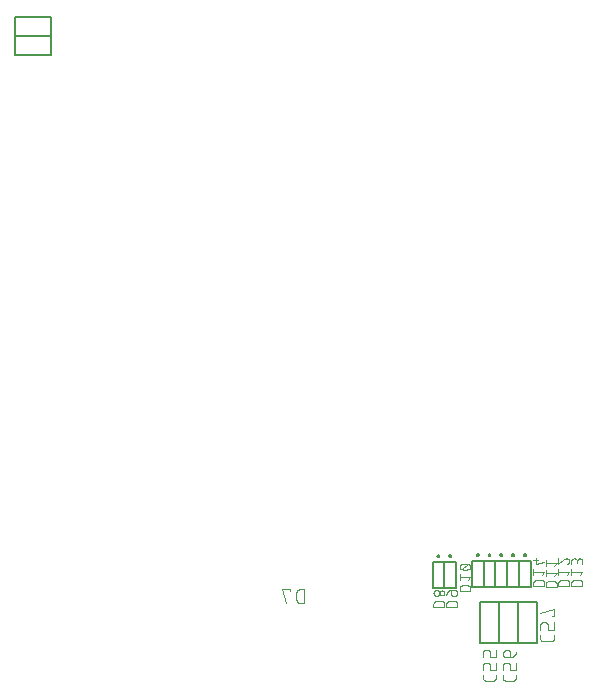
<source format=gbr>
G04 EAGLE Gerber RS-274X export*
G75*
%MOMM*%
%FSLAX34Y34*%
%LPD*%
%INSilkscreen Bottom*%
%IPPOS*%
%AMOC8*
5,1,8,0,0,1.08239X$1,22.5*%
G01*
%ADD10C,0.200000*%
%ADD11C,0.101600*%
%ADD12C,0.127000*%
%ADD13C,0.076200*%


D10*
X222620Y572780D02*
X252620Y572780D01*
X252620Y556780D01*
X222620Y556780D01*
X222620Y572780D01*
X222620Y588780D02*
X252620Y588780D01*
X252620Y572780D01*
X222620Y572780D01*
X222620Y588780D01*
D11*
X466986Y104480D02*
X466986Y92774D01*
X466986Y104480D02*
X463734Y104480D01*
X463621Y104478D01*
X463507Y104472D01*
X463394Y104462D01*
X463281Y104448D01*
X463169Y104431D01*
X463058Y104409D01*
X462947Y104383D01*
X462838Y104354D01*
X462729Y104321D01*
X462622Y104284D01*
X462516Y104243D01*
X462411Y104199D01*
X462308Y104151D01*
X462207Y104099D01*
X462108Y104044D01*
X462011Y103986D01*
X461916Y103924D01*
X461823Y103859D01*
X461732Y103791D01*
X461644Y103719D01*
X461558Y103645D01*
X461475Y103567D01*
X461395Y103487D01*
X461317Y103404D01*
X461243Y103318D01*
X461171Y103230D01*
X461103Y103139D01*
X461038Y103047D01*
X460976Y102951D01*
X460918Y102854D01*
X460863Y102755D01*
X460811Y102654D01*
X460763Y102551D01*
X460719Y102446D01*
X460678Y102340D01*
X460641Y102233D01*
X460608Y102124D01*
X460579Y102015D01*
X460553Y101904D01*
X460531Y101793D01*
X460514Y101681D01*
X460500Y101568D01*
X460490Y101455D01*
X460484Y101342D01*
X460482Y101228D01*
X460483Y101228D02*
X460483Y96026D01*
X460482Y96026D02*
X460484Y95915D01*
X460490Y95804D01*
X460499Y95693D01*
X460512Y95583D01*
X460529Y95473D01*
X460550Y95364D01*
X460574Y95256D01*
X460603Y95149D01*
X460634Y95042D01*
X460670Y94937D01*
X460709Y94833D01*
X460751Y94730D01*
X460797Y94629D01*
X460847Y94530D01*
X460899Y94432D01*
X460955Y94336D01*
X461015Y94242D01*
X461077Y94151D01*
X461143Y94061D01*
X461211Y93974D01*
X461283Y93889D01*
X461357Y93806D01*
X461434Y93726D01*
X461514Y93649D01*
X461597Y93575D01*
X461682Y93503D01*
X461769Y93435D01*
X461859Y93369D01*
X461950Y93307D01*
X462044Y93247D01*
X462140Y93191D01*
X462238Y93139D01*
X462337Y93089D01*
X462438Y93043D01*
X462541Y93001D01*
X462645Y92962D01*
X462750Y92926D01*
X462857Y92895D01*
X462964Y92866D01*
X463072Y92842D01*
X463181Y92821D01*
X463291Y92804D01*
X463401Y92791D01*
X463512Y92782D01*
X463623Y92776D01*
X463734Y92774D01*
X466986Y92774D01*
X455155Y103179D02*
X455155Y104480D01*
X448652Y104480D01*
X451903Y92774D01*
D12*
X579970Y132730D02*
X579972Y132786D01*
X579978Y132843D01*
X579988Y132898D01*
X580002Y132953D01*
X580019Y133007D01*
X580041Y133059D01*
X580066Y133109D01*
X580094Y133158D01*
X580126Y133205D01*
X580161Y133249D01*
X580199Y133291D01*
X580240Y133330D01*
X580284Y133365D01*
X580330Y133398D01*
X580378Y133427D01*
X580428Y133453D01*
X580480Y133476D01*
X580534Y133494D01*
X580588Y133509D01*
X580643Y133520D01*
X580699Y133527D01*
X580756Y133530D01*
X580812Y133529D01*
X580869Y133524D01*
X580924Y133515D01*
X580979Y133502D01*
X581033Y133485D01*
X581086Y133465D01*
X581137Y133441D01*
X581186Y133413D01*
X581233Y133382D01*
X581278Y133348D01*
X581321Y133310D01*
X581360Y133270D01*
X581397Y133227D01*
X581430Y133182D01*
X581460Y133134D01*
X581487Y133084D01*
X581510Y133033D01*
X581530Y132980D01*
X581546Y132926D01*
X581558Y132870D01*
X581566Y132815D01*
X581570Y132758D01*
X581570Y132702D01*
X581566Y132645D01*
X581558Y132590D01*
X581546Y132534D01*
X581530Y132480D01*
X581510Y132427D01*
X581487Y132376D01*
X581460Y132326D01*
X581430Y132278D01*
X581397Y132233D01*
X581360Y132190D01*
X581321Y132150D01*
X581278Y132112D01*
X581233Y132078D01*
X581186Y132047D01*
X581137Y132019D01*
X581086Y131995D01*
X581033Y131975D01*
X580979Y131958D01*
X580924Y131945D01*
X580869Y131936D01*
X580812Y131931D01*
X580756Y131930D01*
X580699Y131933D01*
X580643Y131940D01*
X580588Y131951D01*
X580534Y131966D01*
X580480Y131984D01*
X580428Y132007D01*
X580378Y132033D01*
X580330Y132062D01*
X580284Y132095D01*
X580240Y132130D01*
X580199Y132169D01*
X580161Y132211D01*
X580126Y132255D01*
X580094Y132302D01*
X580066Y132351D01*
X580041Y132401D01*
X580019Y132453D01*
X580002Y132507D01*
X579988Y132562D01*
X579978Y132617D01*
X579972Y132674D01*
X579970Y132730D01*
D10*
X585770Y127730D02*
X585770Y105730D01*
X575770Y105730D01*
X575770Y127730D01*
X585770Y127730D01*
D13*
X585829Y89484D02*
X576591Y89484D01*
X585829Y89484D02*
X585829Y92050D01*
X585827Y92148D01*
X585821Y92246D01*
X585812Y92344D01*
X585799Y92442D01*
X585782Y92539D01*
X585762Y92635D01*
X585737Y92730D01*
X585709Y92824D01*
X585678Y92917D01*
X585643Y93009D01*
X585604Y93100D01*
X585563Y93189D01*
X585517Y93276D01*
X585469Y93361D01*
X585417Y93445D01*
X585362Y93526D01*
X585304Y93606D01*
X585243Y93683D01*
X585179Y93757D01*
X585112Y93829D01*
X585042Y93899D01*
X584970Y93966D01*
X584896Y94030D01*
X584819Y94091D01*
X584739Y94149D01*
X584658Y94204D01*
X584574Y94256D01*
X584489Y94304D01*
X584402Y94350D01*
X584313Y94391D01*
X584222Y94430D01*
X584130Y94465D01*
X584037Y94496D01*
X583943Y94524D01*
X583848Y94549D01*
X583752Y94569D01*
X583655Y94586D01*
X583557Y94599D01*
X583459Y94608D01*
X583361Y94614D01*
X583263Y94616D01*
X579157Y94616D01*
X579059Y94614D01*
X578961Y94608D01*
X578863Y94599D01*
X578765Y94586D01*
X578668Y94569D01*
X578572Y94549D01*
X578477Y94524D01*
X578383Y94496D01*
X578290Y94465D01*
X578198Y94430D01*
X578107Y94391D01*
X578018Y94350D01*
X577931Y94304D01*
X577846Y94256D01*
X577762Y94204D01*
X577681Y94149D01*
X577601Y94091D01*
X577524Y94030D01*
X577450Y93966D01*
X577378Y93899D01*
X577308Y93829D01*
X577241Y93757D01*
X577177Y93683D01*
X577116Y93606D01*
X577058Y93526D01*
X577003Y93445D01*
X576951Y93361D01*
X576903Y93276D01*
X576857Y93189D01*
X576816Y93100D01*
X576777Y93009D01*
X576742Y92917D01*
X576711Y92824D01*
X576683Y92730D01*
X576658Y92635D01*
X576638Y92539D01*
X576621Y92442D01*
X576608Y92344D01*
X576599Y92246D01*
X576593Y92148D01*
X576591Y92050D01*
X576591Y89484D01*
X579157Y98784D02*
X579256Y98786D01*
X579356Y98792D01*
X579455Y98801D01*
X579553Y98815D01*
X579651Y98832D01*
X579749Y98853D01*
X579845Y98878D01*
X579940Y98907D01*
X580035Y98939D01*
X580127Y98975D01*
X580219Y99014D01*
X580309Y99057D01*
X580397Y99103D01*
X580483Y99153D01*
X580567Y99206D01*
X580649Y99262D01*
X580729Y99322D01*
X580806Y99384D01*
X580881Y99450D01*
X580954Y99518D01*
X581023Y99589D01*
X581090Y99663D01*
X581154Y99739D01*
X581215Y99818D01*
X581273Y99899D01*
X581328Y99982D01*
X581379Y100067D01*
X581427Y100154D01*
X581472Y100243D01*
X581513Y100334D01*
X581551Y100426D01*
X581585Y100519D01*
X581615Y100614D01*
X581642Y100710D01*
X581665Y100807D01*
X581684Y100904D01*
X581699Y101003D01*
X581711Y101102D01*
X581719Y101201D01*
X581723Y101300D01*
X581723Y101400D01*
X581719Y101499D01*
X581711Y101598D01*
X581699Y101697D01*
X581684Y101796D01*
X581665Y101893D01*
X581642Y101990D01*
X581615Y102086D01*
X581585Y102181D01*
X581551Y102274D01*
X581513Y102366D01*
X581472Y102457D01*
X581427Y102546D01*
X581379Y102633D01*
X581328Y102718D01*
X581273Y102801D01*
X581215Y102882D01*
X581154Y102961D01*
X581090Y103037D01*
X581023Y103111D01*
X580954Y103182D01*
X580881Y103250D01*
X580806Y103316D01*
X580729Y103378D01*
X580649Y103438D01*
X580567Y103494D01*
X580483Y103547D01*
X580397Y103597D01*
X580309Y103643D01*
X580219Y103686D01*
X580127Y103725D01*
X580035Y103761D01*
X579940Y103793D01*
X579845Y103822D01*
X579749Y103847D01*
X579651Y103868D01*
X579553Y103885D01*
X579455Y103899D01*
X579356Y103908D01*
X579256Y103914D01*
X579157Y103916D01*
X579058Y103914D01*
X578958Y103908D01*
X578859Y103899D01*
X578761Y103885D01*
X578663Y103868D01*
X578565Y103847D01*
X578469Y103822D01*
X578374Y103793D01*
X578279Y103761D01*
X578187Y103725D01*
X578095Y103686D01*
X578005Y103643D01*
X577917Y103597D01*
X577831Y103547D01*
X577747Y103494D01*
X577665Y103438D01*
X577585Y103378D01*
X577508Y103316D01*
X577433Y103250D01*
X577360Y103182D01*
X577291Y103111D01*
X577224Y103037D01*
X577160Y102961D01*
X577099Y102882D01*
X577041Y102801D01*
X576986Y102718D01*
X576935Y102633D01*
X576887Y102546D01*
X576842Y102457D01*
X576801Y102366D01*
X576763Y102274D01*
X576729Y102181D01*
X576699Y102086D01*
X576672Y101990D01*
X576649Y101893D01*
X576630Y101796D01*
X576615Y101697D01*
X576603Y101598D01*
X576595Y101499D01*
X576591Y101400D01*
X576591Y101300D01*
X576595Y101201D01*
X576603Y101102D01*
X576615Y101003D01*
X576630Y100904D01*
X576649Y100807D01*
X576672Y100710D01*
X576699Y100614D01*
X576729Y100519D01*
X576763Y100426D01*
X576801Y100334D01*
X576842Y100243D01*
X576887Y100154D01*
X576935Y100067D01*
X576986Y99982D01*
X577041Y99899D01*
X577099Y99818D01*
X577160Y99739D01*
X577224Y99663D01*
X577291Y99589D01*
X577360Y99518D01*
X577433Y99450D01*
X577508Y99384D01*
X577585Y99322D01*
X577665Y99262D01*
X577747Y99206D01*
X577831Y99153D01*
X577917Y99103D01*
X578005Y99057D01*
X578095Y99014D01*
X578187Y98975D01*
X578279Y98939D01*
X578374Y98907D01*
X578469Y98878D01*
X578565Y98853D01*
X578663Y98832D01*
X578761Y98815D01*
X578859Y98801D01*
X578958Y98792D01*
X579058Y98786D01*
X579157Y98784D01*
X583776Y99297D02*
X583866Y99299D01*
X583955Y99305D01*
X584044Y99315D01*
X584132Y99328D01*
X584220Y99346D01*
X584307Y99367D01*
X584393Y99392D01*
X584478Y99421D01*
X584562Y99453D01*
X584644Y99489D01*
X584724Y99529D01*
X584803Y99572D01*
X584879Y99619D01*
X584954Y99668D01*
X585026Y99721D01*
X585096Y99777D01*
X585163Y99836D01*
X585228Y99898D01*
X585290Y99963D01*
X585349Y100030D01*
X585405Y100100D01*
X585458Y100172D01*
X585507Y100247D01*
X585554Y100324D01*
X585597Y100402D01*
X585637Y100482D01*
X585673Y100564D01*
X585705Y100648D01*
X585734Y100733D01*
X585759Y100819D01*
X585780Y100906D01*
X585798Y100994D01*
X585811Y101082D01*
X585821Y101171D01*
X585827Y101260D01*
X585829Y101350D01*
X585827Y101440D01*
X585821Y101529D01*
X585811Y101618D01*
X585798Y101706D01*
X585780Y101794D01*
X585759Y101881D01*
X585734Y101967D01*
X585705Y102052D01*
X585673Y102136D01*
X585637Y102218D01*
X585597Y102298D01*
X585554Y102377D01*
X585507Y102453D01*
X585458Y102528D01*
X585405Y102600D01*
X585349Y102670D01*
X585290Y102737D01*
X585228Y102802D01*
X585163Y102864D01*
X585096Y102923D01*
X585026Y102979D01*
X584954Y103032D01*
X584879Y103081D01*
X584803Y103128D01*
X584724Y103171D01*
X584644Y103211D01*
X584562Y103247D01*
X584478Y103279D01*
X584393Y103308D01*
X584307Y103333D01*
X584220Y103354D01*
X584132Y103372D01*
X584044Y103385D01*
X583955Y103395D01*
X583866Y103401D01*
X583776Y103403D01*
X583686Y103401D01*
X583597Y103395D01*
X583508Y103385D01*
X583420Y103372D01*
X583332Y103354D01*
X583245Y103333D01*
X583159Y103308D01*
X583074Y103279D01*
X582990Y103247D01*
X582908Y103211D01*
X582828Y103171D01*
X582750Y103128D01*
X582673Y103081D01*
X582598Y103032D01*
X582526Y102979D01*
X582456Y102923D01*
X582389Y102864D01*
X582324Y102802D01*
X582262Y102737D01*
X582203Y102670D01*
X582147Y102600D01*
X582094Y102528D01*
X582045Y102453D01*
X581998Y102377D01*
X581955Y102298D01*
X581915Y102218D01*
X581879Y102136D01*
X581847Y102052D01*
X581818Y101967D01*
X581793Y101881D01*
X581772Y101794D01*
X581754Y101706D01*
X581741Y101618D01*
X581731Y101529D01*
X581725Y101440D01*
X581723Y101350D01*
X581725Y101260D01*
X581731Y101171D01*
X581741Y101082D01*
X581754Y100994D01*
X581772Y100906D01*
X581793Y100819D01*
X581818Y100733D01*
X581847Y100648D01*
X581879Y100564D01*
X581915Y100482D01*
X581955Y100402D01*
X581998Y100324D01*
X582045Y100247D01*
X582094Y100172D01*
X582147Y100100D01*
X582203Y100030D01*
X582262Y99963D01*
X582324Y99898D01*
X582389Y99836D01*
X582456Y99777D01*
X582526Y99721D01*
X582598Y99668D01*
X582673Y99619D01*
X582750Y99572D01*
X582828Y99529D01*
X582908Y99489D01*
X582990Y99453D01*
X583074Y99421D01*
X583159Y99392D01*
X583245Y99367D01*
X583332Y99346D01*
X583420Y99328D01*
X583508Y99315D01*
X583597Y99305D01*
X583686Y99299D01*
X583776Y99297D01*
D12*
X589970Y132730D02*
X589972Y132786D01*
X589978Y132843D01*
X589988Y132898D01*
X590002Y132953D01*
X590019Y133007D01*
X590041Y133059D01*
X590066Y133109D01*
X590094Y133158D01*
X590126Y133205D01*
X590161Y133249D01*
X590199Y133291D01*
X590240Y133330D01*
X590284Y133365D01*
X590330Y133398D01*
X590378Y133427D01*
X590428Y133453D01*
X590480Y133476D01*
X590534Y133494D01*
X590588Y133509D01*
X590643Y133520D01*
X590699Y133527D01*
X590756Y133530D01*
X590812Y133529D01*
X590869Y133524D01*
X590924Y133515D01*
X590979Y133502D01*
X591033Y133485D01*
X591086Y133465D01*
X591137Y133441D01*
X591186Y133413D01*
X591233Y133382D01*
X591278Y133348D01*
X591321Y133310D01*
X591360Y133270D01*
X591397Y133227D01*
X591430Y133182D01*
X591460Y133134D01*
X591487Y133084D01*
X591510Y133033D01*
X591530Y132980D01*
X591546Y132926D01*
X591558Y132870D01*
X591566Y132815D01*
X591570Y132758D01*
X591570Y132702D01*
X591566Y132645D01*
X591558Y132590D01*
X591546Y132534D01*
X591530Y132480D01*
X591510Y132427D01*
X591487Y132376D01*
X591460Y132326D01*
X591430Y132278D01*
X591397Y132233D01*
X591360Y132190D01*
X591321Y132150D01*
X591278Y132112D01*
X591233Y132078D01*
X591186Y132047D01*
X591137Y132019D01*
X591086Y131995D01*
X591033Y131975D01*
X590979Y131958D01*
X590924Y131945D01*
X590869Y131936D01*
X590812Y131931D01*
X590756Y131930D01*
X590699Y131933D01*
X590643Y131940D01*
X590588Y131951D01*
X590534Y131966D01*
X590480Y131984D01*
X590428Y132007D01*
X590378Y132033D01*
X590330Y132062D01*
X590284Y132095D01*
X590240Y132130D01*
X590199Y132169D01*
X590161Y132211D01*
X590126Y132255D01*
X590094Y132302D01*
X590066Y132351D01*
X590041Y132401D01*
X590019Y132453D01*
X590002Y132507D01*
X589988Y132562D01*
X589978Y132617D01*
X589972Y132674D01*
X589970Y132730D01*
D10*
X595770Y127730D02*
X595770Y105730D01*
X585770Y105730D01*
X585770Y127730D01*
X595770Y127730D01*
D13*
X596709Y89344D02*
X587471Y89344D01*
X596709Y89344D02*
X596709Y91910D01*
X596707Y92008D01*
X596701Y92106D01*
X596692Y92204D01*
X596679Y92302D01*
X596662Y92399D01*
X596642Y92495D01*
X596617Y92590D01*
X596589Y92684D01*
X596558Y92777D01*
X596523Y92869D01*
X596484Y92960D01*
X596443Y93049D01*
X596397Y93136D01*
X596349Y93221D01*
X596297Y93305D01*
X596242Y93386D01*
X596184Y93466D01*
X596123Y93543D01*
X596059Y93617D01*
X595992Y93689D01*
X595922Y93759D01*
X595850Y93826D01*
X595776Y93890D01*
X595699Y93951D01*
X595619Y94009D01*
X595538Y94064D01*
X595454Y94116D01*
X595369Y94164D01*
X595282Y94210D01*
X595193Y94251D01*
X595102Y94290D01*
X595010Y94325D01*
X594917Y94356D01*
X594823Y94384D01*
X594728Y94409D01*
X594632Y94429D01*
X594535Y94446D01*
X594437Y94459D01*
X594339Y94468D01*
X594241Y94474D01*
X594143Y94476D01*
X590037Y94476D01*
X589939Y94474D01*
X589841Y94468D01*
X589743Y94459D01*
X589645Y94446D01*
X589548Y94429D01*
X589452Y94409D01*
X589357Y94384D01*
X589263Y94356D01*
X589170Y94325D01*
X589078Y94290D01*
X588987Y94251D01*
X588898Y94210D01*
X588811Y94164D01*
X588726Y94116D01*
X588642Y94064D01*
X588561Y94009D01*
X588481Y93951D01*
X588404Y93890D01*
X588330Y93826D01*
X588258Y93759D01*
X588188Y93689D01*
X588121Y93617D01*
X588057Y93543D01*
X587996Y93466D01*
X587938Y93386D01*
X587883Y93305D01*
X587831Y93221D01*
X587783Y93136D01*
X587737Y93049D01*
X587696Y92960D01*
X587657Y92869D01*
X587622Y92777D01*
X587591Y92684D01*
X587563Y92590D01*
X587538Y92495D01*
X587518Y92399D01*
X587501Y92302D01*
X587488Y92204D01*
X587479Y92106D01*
X587473Y92008D01*
X587471Y91910D01*
X587471Y89344D01*
X591577Y100697D02*
X591577Y103776D01*
X591577Y100697D02*
X591579Y100607D01*
X591585Y100518D01*
X591595Y100429D01*
X591608Y100340D01*
X591626Y100253D01*
X591647Y100166D01*
X591672Y100080D01*
X591701Y99995D01*
X591733Y99911D01*
X591769Y99829D01*
X591809Y99749D01*
X591852Y99670D01*
X591899Y99594D01*
X591948Y99519D01*
X592001Y99447D01*
X592057Y99377D01*
X592116Y99310D01*
X592178Y99245D01*
X592243Y99183D01*
X592310Y99124D01*
X592380Y99068D01*
X592452Y99015D01*
X592527Y98966D01*
X592604Y98919D01*
X592682Y98876D01*
X592762Y98836D01*
X592844Y98800D01*
X592928Y98768D01*
X593013Y98739D01*
X593099Y98714D01*
X593186Y98693D01*
X593274Y98675D01*
X593362Y98662D01*
X593451Y98652D01*
X593540Y98646D01*
X593630Y98644D01*
X594143Y98644D01*
X594242Y98646D01*
X594342Y98652D01*
X594441Y98661D01*
X594539Y98675D01*
X594637Y98692D01*
X594735Y98713D01*
X594831Y98738D01*
X594926Y98767D01*
X595021Y98799D01*
X595113Y98835D01*
X595205Y98874D01*
X595295Y98917D01*
X595383Y98963D01*
X595469Y99013D01*
X595553Y99066D01*
X595635Y99122D01*
X595715Y99182D01*
X595792Y99244D01*
X595867Y99310D01*
X595940Y99378D01*
X596009Y99449D01*
X596076Y99523D01*
X596140Y99599D01*
X596201Y99678D01*
X596259Y99759D01*
X596314Y99842D01*
X596365Y99927D01*
X596413Y100014D01*
X596458Y100103D01*
X596499Y100194D01*
X596537Y100286D01*
X596571Y100379D01*
X596601Y100474D01*
X596628Y100570D01*
X596651Y100667D01*
X596670Y100764D01*
X596685Y100863D01*
X596697Y100962D01*
X596705Y101061D01*
X596709Y101160D01*
X596709Y101260D01*
X596705Y101359D01*
X596697Y101458D01*
X596685Y101557D01*
X596670Y101656D01*
X596651Y101753D01*
X596628Y101850D01*
X596601Y101946D01*
X596571Y102041D01*
X596537Y102134D01*
X596499Y102226D01*
X596458Y102317D01*
X596413Y102406D01*
X596365Y102493D01*
X596314Y102578D01*
X596259Y102661D01*
X596201Y102742D01*
X596140Y102821D01*
X596076Y102897D01*
X596009Y102971D01*
X595940Y103042D01*
X595867Y103110D01*
X595792Y103176D01*
X595715Y103238D01*
X595635Y103298D01*
X595553Y103354D01*
X595469Y103407D01*
X595383Y103457D01*
X595295Y103503D01*
X595205Y103546D01*
X595113Y103585D01*
X595021Y103621D01*
X594926Y103653D01*
X594831Y103682D01*
X594735Y103707D01*
X594637Y103728D01*
X594539Y103745D01*
X594441Y103759D01*
X594342Y103768D01*
X594242Y103774D01*
X594143Y103776D01*
X591577Y103776D01*
X591451Y103774D01*
X591324Y103768D01*
X591198Y103758D01*
X591072Y103745D01*
X590947Y103727D01*
X590823Y103706D01*
X590699Y103681D01*
X590575Y103652D01*
X590453Y103619D01*
X590332Y103583D01*
X590212Y103543D01*
X590094Y103499D01*
X589977Y103451D01*
X589861Y103400D01*
X589747Y103346D01*
X589634Y103287D01*
X589524Y103226D01*
X589415Y103161D01*
X589309Y103093D01*
X589205Y103021D01*
X589103Y102947D01*
X589003Y102869D01*
X588906Y102788D01*
X588811Y102704D01*
X588719Y102618D01*
X588629Y102528D01*
X588543Y102436D01*
X588459Y102341D01*
X588378Y102244D01*
X588300Y102144D01*
X588226Y102042D01*
X588154Y101938D01*
X588086Y101832D01*
X588021Y101723D01*
X587960Y101613D01*
X587901Y101500D01*
X587847Y101386D01*
X587796Y101270D01*
X587748Y101153D01*
X587704Y101035D01*
X587664Y100915D01*
X587628Y100794D01*
X587595Y100672D01*
X587566Y100548D01*
X587541Y100424D01*
X587520Y100300D01*
X587502Y100175D01*
X587489Y100049D01*
X587479Y99923D01*
X587473Y99796D01*
X587471Y99670D01*
D12*
X613200Y133500D02*
X613202Y133556D01*
X613208Y133613D01*
X613218Y133668D01*
X613232Y133723D01*
X613249Y133777D01*
X613271Y133829D01*
X613296Y133879D01*
X613324Y133928D01*
X613356Y133975D01*
X613391Y134019D01*
X613429Y134061D01*
X613470Y134100D01*
X613514Y134135D01*
X613560Y134168D01*
X613608Y134197D01*
X613658Y134223D01*
X613710Y134246D01*
X613764Y134264D01*
X613818Y134279D01*
X613873Y134290D01*
X613929Y134297D01*
X613986Y134300D01*
X614042Y134299D01*
X614099Y134294D01*
X614154Y134285D01*
X614209Y134272D01*
X614263Y134255D01*
X614316Y134235D01*
X614367Y134211D01*
X614416Y134183D01*
X614463Y134152D01*
X614508Y134118D01*
X614551Y134080D01*
X614590Y134040D01*
X614627Y133997D01*
X614660Y133952D01*
X614690Y133904D01*
X614717Y133854D01*
X614740Y133803D01*
X614760Y133750D01*
X614776Y133696D01*
X614788Y133640D01*
X614796Y133585D01*
X614800Y133528D01*
X614800Y133472D01*
X614796Y133415D01*
X614788Y133360D01*
X614776Y133304D01*
X614760Y133250D01*
X614740Y133197D01*
X614717Y133146D01*
X614690Y133096D01*
X614660Y133048D01*
X614627Y133003D01*
X614590Y132960D01*
X614551Y132920D01*
X614508Y132882D01*
X614463Y132848D01*
X614416Y132817D01*
X614367Y132789D01*
X614316Y132765D01*
X614263Y132745D01*
X614209Y132728D01*
X614154Y132715D01*
X614099Y132706D01*
X614042Y132701D01*
X613986Y132700D01*
X613929Y132703D01*
X613873Y132710D01*
X613818Y132721D01*
X613764Y132736D01*
X613710Y132754D01*
X613658Y132777D01*
X613608Y132803D01*
X613560Y132832D01*
X613514Y132865D01*
X613470Y132900D01*
X613429Y132939D01*
X613391Y132981D01*
X613356Y133025D01*
X613324Y133072D01*
X613296Y133121D01*
X613271Y133171D01*
X613249Y133223D01*
X613232Y133277D01*
X613218Y133332D01*
X613208Y133387D01*
X613202Y133444D01*
X613200Y133500D01*
D10*
X619000Y128500D02*
X619000Y106500D01*
X609000Y106500D01*
X609000Y128500D01*
X619000Y128500D01*
D13*
X607939Y102614D02*
X598701Y102614D01*
X607939Y102614D02*
X607939Y105180D01*
X607937Y105278D01*
X607931Y105376D01*
X607922Y105474D01*
X607909Y105572D01*
X607892Y105669D01*
X607872Y105765D01*
X607847Y105860D01*
X607819Y105954D01*
X607788Y106047D01*
X607753Y106139D01*
X607714Y106230D01*
X607673Y106319D01*
X607627Y106406D01*
X607579Y106491D01*
X607527Y106575D01*
X607472Y106656D01*
X607414Y106736D01*
X607353Y106813D01*
X607289Y106887D01*
X607222Y106959D01*
X607152Y107029D01*
X607080Y107096D01*
X607006Y107160D01*
X606929Y107221D01*
X606849Y107279D01*
X606768Y107334D01*
X606684Y107386D01*
X606599Y107434D01*
X606512Y107480D01*
X606423Y107521D01*
X606332Y107560D01*
X606240Y107595D01*
X606147Y107626D01*
X606053Y107654D01*
X605958Y107679D01*
X605862Y107699D01*
X605765Y107716D01*
X605667Y107729D01*
X605569Y107738D01*
X605471Y107744D01*
X605373Y107746D01*
X601267Y107746D01*
X601169Y107744D01*
X601071Y107738D01*
X600973Y107729D01*
X600875Y107716D01*
X600778Y107699D01*
X600682Y107679D01*
X600587Y107654D01*
X600493Y107626D01*
X600400Y107595D01*
X600308Y107560D01*
X600217Y107521D01*
X600128Y107480D01*
X600041Y107434D01*
X599956Y107386D01*
X599872Y107334D01*
X599791Y107279D01*
X599711Y107221D01*
X599634Y107160D01*
X599560Y107096D01*
X599488Y107029D01*
X599418Y106959D01*
X599351Y106887D01*
X599287Y106813D01*
X599226Y106736D01*
X599168Y106656D01*
X599113Y106575D01*
X599061Y106491D01*
X599013Y106406D01*
X598967Y106319D01*
X598926Y106230D01*
X598887Y106139D01*
X598852Y106047D01*
X598821Y105954D01*
X598793Y105860D01*
X598768Y105765D01*
X598748Y105669D01*
X598731Y105572D01*
X598718Y105474D01*
X598709Y105376D01*
X598703Y105278D01*
X598701Y105180D01*
X598701Y102614D01*
X605886Y111914D02*
X607939Y114480D01*
X598701Y114480D01*
X598701Y111914D02*
X598701Y117046D01*
X603320Y120914D02*
X603502Y120916D01*
X603683Y120923D01*
X603865Y120934D01*
X604046Y120949D01*
X604227Y120968D01*
X604407Y120992D01*
X604586Y121020D01*
X604765Y121052D01*
X604943Y121089D01*
X605120Y121130D01*
X605296Y121175D01*
X605471Y121224D01*
X605645Y121278D01*
X605817Y121335D01*
X605988Y121397D01*
X606158Y121463D01*
X606326Y121532D01*
X606492Y121606D01*
X606656Y121684D01*
X606735Y121713D01*
X606812Y121745D01*
X606889Y121781D01*
X606963Y121820D01*
X607036Y121863D01*
X607106Y121909D01*
X607175Y121957D01*
X607241Y122009D01*
X607305Y122064D01*
X607367Y122121D01*
X607425Y122181D01*
X607482Y122244D01*
X607535Y122309D01*
X607585Y122376D01*
X607633Y122446D01*
X607677Y122517D01*
X607718Y122591D01*
X607756Y122666D01*
X607790Y122743D01*
X607821Y122821D01*
X607848Y122900D01*
X607872Y122981D01*
X607893Y123063D01*
X607909Y123145D01*
X607922Y123228D01*
X607932Y123312D01*
X607937Y123396D01*
X607939Y123480D01*
X607937Y123564D01*
X607932Y123648D01*
X607922Y123732D01*
X607909Y123815D01*
X607893Y123897D01*
X607872Y123979D01*
X607848Y124060D01*
X607821Y124139D01*
X607790Y124217D01*
X607756Y124294D01*
X607718Y124369D01*
X607677Y124443D01*
X607633Y124514D01*
X607585Y124584D01*
X607535Y124651D01*
X607482Y124716D01*
X607425Y124779D01*
X607366Y124839D01*
X607305Y124896D01*
X607241Y124951D01*
X607175Y125003D01*
X607106Y125051D01*
X607036Y125097D01*
X606963Y125140D01*
X606888Y125179D01*
X606812Y125215D01*
X606735Y125247D01*
X606656Y125276D01*
X606492Y125354D01*
X606326Y125428D01*
X606158Y125497D01*
X605988Y125563D01*
X605817Y125625D01*
X605645Y125682D01*
X605471Y125736D01*
X605296Y125785D01*
X605120Y125830D01*
X604943Y125871D01*
X604765Y125908D01*
X604586Y125940D01*
X604407Y125968D01*
X604227Y125992D01*
X604046Y126011D01*
X603865Y126026D01*
X603683Y126037D01*
X603502Y126044D01*
X603320Y126046D01*
X603320Y120914D02*
X603138Y120916D01*
X602957Y120923D01*
X602775Y120934D01*
X602594Y120949D01*
X602413Y120968D01*
X602233Y120992D01*
X602054Y121020D01*
X601875Y121052D01*
X601697Y121089D01*
X601520Y121130D01*
X601344Y121175D01*
X601169Y121224D01*
X600995Y121278D01*
X600823Y121335D01*
X600652Y121397D01*
X600482Y121463D01*
X600315Y121532D01*
X600148Y121606D01*
X599984Y121684D01*
X599905Y121713D01*
X599828Y121745D01*
X599751Y121781D01*
X599677Y121820D01*
X599604Y121863D01*
X599534Y121909D01*
X599465Y121957D01*
X599399Y122009D01*
X599335Y122064D01*
X599273Y122121D01*
X599215Y122181D01*
X599158Y122244D01*
X599105Y122309D01*
X599055Y122376D01*
X599007Y122446D01*
X598963Y122517D01*
X598922Y122591D01*
X598884Y122666D01*
X598850Y122743D01*
X598819Y122821D01*
X598792Y122900D01*
X598768Y122981D01*
X598747Y123063D01*
X598731Y123145D01*
X598718Y123228D01*
X598708Y123312D01*
X598703Y123396D01*
X598701Y123480D01*
X599984Y125276D02*
X600148Y125354D01*
X600314Y125428D01*
X600482Y125497D01*
X600652Y125563D01*
X600823Y125625D01*
X600995Y125682D01*
X601169Y125736D01*
X601344Y125785D01*
X601520Y125830D01*
X601697Y125871D01*
X601875Y125908D01*
X602054Y125940D01*
X602233Y125968D01*
X602413Y125992D01*
X602594Y126011D01*
X602775Y126026D01*
X602957Y126037D01*
X603138Y126044D01*
X603320Y126046D01*
X599984Y125276D02*
X599905Y125247D01*
X599828Y125215D01*
X599751Y125179D01*
X599677Y125140D01*
X599604Y125097D01*
X599534Y125051D01*
X599465Y125003D01*
X599399Y124951D01*
X599335Y124896D01*
X599273Y124839D01*
X599215Y124779D01*
X599158Y124716D01*
X599105Y124651D01*
X599055Y124584D01*
X599007Y124514D01*
X598963Y124443D01*
X598922Y124369D01*
X598884Y124294D01*
X598850Y124217D01*
X598819Y124139D01*
X598792Y124060D01*
X598768Y123979D01*
X598747Y123897D01*
X598731Y123815D01*
X598718Y123732D01*
X598708Y123648D01*
X598703Y123564D01*
X598701Y123480D01*
X600754Y121427D02*
X605886Y125533D01*
D12*
X633200Y133500D02*
X633202Y133556D01*
X633208Y133613D01*
X633218Y133668D01*
X633232Y133723D01*
X633249Y133777D01*
X633271Y133829D01*
X633296Y133879D01*
X633324Y133928D01*
X633356Y133975D01*
X633391Y134019D01*
X633429Y134061D01*
X633470Y134100D01*
X633514Y134135D01*
X633560Y134168D01*
X633608Y134197D01*
X633658Y134223D01*
X633710Y134246D01*
X633764Y134264D01*
X633818Y134279D01*
X633873Y134290D01*
X633929Y134297D01*
X633986Y134300D01*
X634042Y134299D01*
X634099Y134294D01*
X634154Y134285D01*
X634209Y134272D01*
X634263Y134255D01*
X634316Y134235D01*
X634367Y134211D01*
X634416Y134183D01*
X634463Y134152D01*
X634508Y134118D01*
X634551Y134080D01*
X634590Y134040D01*
X634627Y133997D01*
X634660Y133952D01*
X634690Y133904D01*
X634717Y133854D01*
X634740Y133803D01*
X634760Y133750D01*
X634776Y133696D01*
X634788Y133640D01*
X634796Y133585D01*
X634800Y133528D01*
X634800Y133472D01*
X634796Y133415D01*
X634788Y133360D01*
X634776Y133304D01*
X634760Y133250D01*
X634740Y133197D01*
X634717Y133146D01*
X634690Y133096D01*
X634660Y133048D01*
X634627Y133003D01*
X634590Y132960D01*
X634551Y132920D01*
X634508Y132882D01*
X634463Y132848D01*
X634416Y132817D01*
X634367Y132789D01*
X634316Y132765D01*
X634263Y132745D01*
X634209Y132728D01*
X634154Y132715D01*
X634099Y132706D01*
X634042Y132701D01*
X633986Y132700D01*
X633929Y132703D01*
X633873Y132710D01*
X633818Y132721D01*
X633764Y132736D01*
X633710Y132754D01*
X633658Y132777D01*
X633608Y132803D01*
X633560Y132832D01*
X633514Y132865D01*
X633470Y132900D01*
X633429Y132939D01*
X633391Y132981D01*
X633356Y133025D01*
X633324Y133072D01*
X633296Y133121D01*
X633271Y133171D01*
X633249Y133223D01*
X633232Y133277D01*
X633218Y133332D01*
X633208Y133387D01*
X633202Y133444D01*
X633200Y133500D01*
D10*
X639000Y128500D02*
X639000Y106500D01*
X629000Y106500D01*
X629000Y128500D01*
X639000Y128500D01*
D13*
X671701Y106114D02*
X680939Y106114D01*
X680939Y108680D01*
X680937Y108778D01*
X680931Y108876D01*
X680922Y108974D01*
X680909Y109072D01*
X680892Y109169D01*
X680872Y109265D01*
X680847Y109360D01*
X680819Y109454D01*
X680788Y109547D01*
X680753Y109639D01*
X680714Y109730D01*
X680673Y109819D01*
X680627Y109906D01*
X680579Y109991D01*
X680527Y110075D01*
X680472Y110156D01*
X680414Y110236D01*
X680353Y110313D01*
X680289Y110387D01*
X680222Y110459D01*
X680152Y110529D01*
X680080Y110596D01*
X680006Y110660D01*
X679929Y110721D01*
X679849Y110779D01*
X679768Y110834D01*
X679684Y110886D01*
X679599Y110934D01*
X679512Y110980D01*
X679423Y111021D01*
X679332Y111060D01*
X679240Y111095D01*
X679147Y111126D01*
X679053Y111154D01*
X678958Y111179D01*
X678862Y111199D01*
X678765Y111216D01*
X678667Y111229D01*
X678569Y111238D01*
X678471Y111244D01*
X678373Y111246D01*
X674267Y111246D01*
X674169Y111244D01*
X674071Y111238D01*
X673973Y111229D01*
X673875Y111216D01*
X673778Y111199D01*
X673682Y111179D01*
X673587Y111154D01*
X673493Y111126D01*
X673400Y111095D01*
X673308Y111060D01*
X673217Y111021D01*
X673128Y110980D01*
X673041Y110934D01*
X672956Y110886D01*
X672872Y110834D01*
X672791Y110779D01*
X672711Y110721D01*
X672634Y110660D01*
X672560Y110596D01*
X672488Y110529D01*
X672418Y110459D01*
X672351Y110387D01*
X672287Y110313D01*
X672226Y110236D01*
X672168Y110156D01*
X672113Y110075D01*
X672061Y109991D01*
X672013Y109906D01*
X671967Y109819D01*
X671926Y109730D01*
X671887Y109639D01*
X671852Y109547D01*
X671821Y109454D01*
X671793Y109360D01*
X671768Y109265D01*
X671748Y109169D01*
X671731Y109072D01*
X671718Y108974D01*
X671709Y108876D01*
X671703Y108778D01*
X671701Y108680D01*
X671701Y106114D01*
X678886Y115414D02*
X680939Y117980D01*
X671701Y117980D01*
X671701Y115414D02*
X671701Y120546D01*
X678886Y124414D02*
X680939Y126980D01*
X671701Y126980D01*
X671701Y124414D02*
X671701Y129546D01*
D12*
X643200Y133500D02*
X643202Y133556D01*
X643208Y133613D01*
X643218Y133668D01*
X643232Y133723D01*
X643249Y133777D01*
X643271Y133829D01*
X643296Y133879D01*
X643324Y133928D01*
X643356Y133975D01*
X643391Y134019D01*
X643429Y134061D01*
X643470Y134100D01*
X643514Y134135D01*
X643560Y134168D01*
X643608Y134197D01*
X643658Y134223D01*
X643710Y134246D01*
X643764Y134264D01*
X643818Y134279D01*
X643873Y134290D01*
X643929Y134297D01*
X643986Y134300D01*
X644042Y134299D01*
X644099Y134294D01*
X644154Y134285D01*
X644209Y134272D01*
X644263Y134255D01*
X644316Y134235D01*
X644367Y134211D01*
X644416Y134183D01*
X644463Y134152D01*
X644508Y134118D01*
X644551Y134080D01*
X644590Y134040D01*
X644627Y133997D01*
X644660Y133952D01*
X644690Y133904D01*
X644717Y133854D01*
X644740Y133803D01*
X644760Y133750D01*
X644776Y133696D01*
X644788Y133640D01*
X644796Y133585D01*
X644800Y133528D01*
X644800Y133472D01*
X644796Y133415D01*
X644788Y133360D01*
X644776Y133304D01*
X644760Y133250D01*
X644740Y133197D01*
X644717Y133146D01*
X644690Y133096D01*
X644660Y133048D01*
X644627Y133003D01*
X644590Y132960D01*
X644551Y132920D01*
X644508Y132882D01*
X644463Y132848D01*
X644416Y132817D01*
X644367Y132789D01*
X644316Y132765D01*
X644263Y132745D01*
X644209Y132728D01*
X644154Y132715D01*
X644099Y132706D01*
X644042Y132701D01*
X643986Y132700D01*
X643929Y132703D01*
X643873Y132710D01*
X643818Y132721D01*
X643764Y132736D01*
X643710Y132754D01*
X643658Y132777D01*
X643608Y132803D01*
X643560Y132832D01*
X643514Y132865D01*
X643470Y132900D01*
X643429Y132939D01*
X643391Y132981D01*
X643356Y133025D01*
X643324Y133072D01*
X643296Y133121D01*
X643271Y133171D01*
X643249Y133223D01*
X643232Y133277D01*
X643218Y133332D01*
X643208Y133387D01*
X643202Y133444D01*
X643200Y133500D01*
D10*
X649000Y128500D02*
X649000Y106500D01*
X639000Y106500D01*
X639000Y128500D01*
X649000Y128500D01*
D13*
X682201Y107114D02*
X691439Y107114D01*
X691439Y109680D01*
X691437Y109778D01*
X691431Y109876D01*
X691422Y109974D01*
X691409Y110072D01*
X691392Y110169D01*
X691372Y110265D01*
X691347Y110360D01*
X691319Y110454D01*
X691288Y110547D01*
X691253Y110639D01*
X691214Y110730D01*
X691173Y110819D01*
X691127Y110906D01*
X691079Y110991D01*
X691027Y111075D01*
X690972Y111156D01*
X690914Y111236D01*
X690853Y111313D01*
X690789Y111387D01*
X690722Y111459D01*
X690652Y111529D01*
X690580Y111596D01*
X690506Y111660D01*
X690429Y111721D01*
X690349Y111779D01*
X690268Y111834D01*
X690184Y111886D01*
X690099Y111934D01*
X690012Y111980D01*
X689923Y112021D01*
X689832Y112060D01*
X689740Y112095D01*
X689647Y112126D01*
X689553Y112154D01*
X689458Y112179D01*
X689362Y112199D01*
X689265Y112216D01*
X689167Y112229D01*
X689069Y112238D01*
X688971Y112244D01*
X688873Y112246D01*
X684767Y112246D01*
X684669Y112244D01*
X684571Y112238D01*
X684473Y112229D01*
X684375Y112216D01*
X684278Y112199D01*
X684182Y112179D01*
X684087Y112154D01*
X683993Y112126D01*
X683900Y112095D01*
X683808Y112060D01*
X683717Y112021D01*
X683628Y111980D01*
X683541Y111934D01*
X683456Y111886D01*
X683372Y111834D01*
X683291Y111779D01*
X683211Y111721D01*
X683134Y111660D01*
X683060Y111596D01*
X682988Y111529D01*
X682918Y111459D01*
X682851Y111387D01*
X682787Y111313D01*
X682726Y111236D01*
X682668Y111156D01*
X682613Y111075D01*
X682561Y110991D01*
X682513Y110906D01*
X682467Y110819D01*
X682426Y110730D01*
X682387Y110639D01*
X682352Y110547D01*
X682321Y110454D01*
X682293Y110360D01*
X682268Y110265D01*
X682248Y110169D01*
X682231Y110072D01*
X682218Y109974D01*
X682209Y109876D01*
X682203Y109778D01*
X682201Y109680D01*
X682201Y107114D01*
X689386Y116414D02*
X691439Y118980D01*
X682201Y118980D01*
X682201Y116414D02*
X682201Y121546D01*
X689130Y130546D02*
X689225Y130544D01*
X689321Y130538D01*
X689416Y130528D01*
X689510Y130514D01*
X689604Y130497D01*
X689697Y130475D01*
X689789Y130450D01*
X689880Y130421D01*
X689970Y130388D01*
X690058Y130351D01*
X690145Y130311D01*
X690229Y130268D01*
X690312Y130220D01*
X690393Y130170D01*
X690472Y130116D01*
X690549Y130059D01*
X690623Y129999D01*
X690695Y129936D01*
X690763Y129869D01*
X690830Y129801D01*
X690893Y129729D01*
X690953Y129655D01*
X691010Y129578D01*
X691064Y129499D01*
X691114Y129418D01*
X691162Y129335D01*
X691205Y129251D01*
X691245Y129164D01*
X691282Y129076D01*
X691315Y128986D01*
X691344Y128895D01*
X691369Y128803D01*
X691391Y128710D01*
X691408Y128616D01*
X691422Y128522D01*
X691432Y128427D01*
X691438Y128331D01*
X691440Y128236D01*
X691439Y128236D02*
X691437Y128129D01*
X691431Y128023D01*
X691422Y127917D01*
X691408Y127811D01*
X691391Y127706D01*
X691370Y127601D01*
X691346Y127498D01*
X691317Y127395D01*
X691285Y127293D01*
X691250Y127193D01*
X691210Y127094D01*
X691167Y126996D01*
X691121Y126900D01*
X691071Y126806D01*
X691018Y126713D01*
X690962Y126623D01*
X690902Y126534D01*
X690840Y126448D01*
X690774Y126364D01*
X690705Y126283D01*
X690634Y126204D01*
X690559Y126127D01*
X690482Y126054D01*
X690402Y125983D01*
X690320Y125915D01*
X690236Y125850D01*
X690149Y125788D01*
X690060Y125730D01*
X689969Y125674D01*
X689876Y125622D01*
X689781Y125573D01*
X689684Y125528D01*
X689586Y125486D01*
X689487Y125448D01*
X689386Y125413D01*
X687333Y129776D02*
X687401Y129844D01*
X687471Y129909D01*
X687543Y129972D01*
X687618Y130032D01*
X687695Y130089D01*
X687774Y130142D01*
X687855Y130193D01*
X687938Y130241D01*
X688022Y130285D01*
X688109Y130326D01*
X688197Y130364D01*
X688286Y130398D01*
X688377Y130429D01*
X688468Y130456D01*
X688561Y130480D01*
X688655Y130500D01*
X688749Y130517D01*
X688844Y130529D01*
X688939Y130539D01*
X689034Y130544D01*
X689130Y130546D01*
X687334Y129776D02*
X682201Y125414D01*
X682201Y130546D01*
D12*
X653200Y133500D02*
X653202Y133556D01*
X653208Y133613D01*
X653218Y133668D01*
X653232Y133723D01*
X653249Y133777D01*
X653271Y133829D01*
X653296Y133879D01*
X653324Y133928D01*
X653356Y133975D01*
X653391Y134019D01*
X653429Y134061D01*
X653470Y134100D01*
X653514Y134135D01*
X653560Y134168D01*
X653608Y134197D01*
X653658Y134223D01*
X653710Y134246D01*
X653764Y134264D01*
X653818Y134279D01*
X653873Y134290D01*
X653929Y134297D01*
X653986Y134300D01*
X654042Y134299D01*
X654099Y134294D01*
X654154Y134285D01*
X654209Y134272D01*
X654263Y134255D01*
X654316Y134235D01*
X654367Y134211D01*
X654416Y134183D01*
X654463Y134152D01*
X654508Y134118D01*
X654551Y134080D01*
X654590Y134040D01*
X654627Y133997D01*
X654660Y133952D01*
X654690Y133904D01*
X654717Y133854D01*
X654740Y133803D01*
X654760Y133750D01*
X654776Y133696D01*
X654788Y133640D01*
X654796Y133585D01*
X654800Y133528D01*
X654800Y133472D01*
X654796Y133415D01*
X654788Y133360D01*
X654776Y133304D01*
X654760Y133250D01*
X654740Y133197D01*
X654717Y133146D01*
X654690Y133096D01*
X654660Y133048D01*
X654627Y133003D01*
X654590Y132960D01*
X654551Y132920D01*
X654508Y132882D01*
X654463Y132848D01*
X654416Y132817D01*
X654367Y132789D01*
X654316Y132765D01*
X654263Y132745D01*
X654209Y132728D01*
X654154Y132715D01*
X654099Y132706D01*
X654042Y132701D01*
X653986Y132700D01*
X653929Y132703D01*
X653873Y132710D01*
X653818Y132721D01*
X653764Y132736D01*
X653710Y132754D01*
X653658Y132777D01*
X653608Y132803D01*
X653560Y132832D01*
X653514Y132865D01*
X653470Y132900D01*
X653429Y132939D01*
X653391Y132981D01*
X653356Y133025D01*
X653324Y133072D01*
X653296Y133121D01*
X653271Y133171D01*
X653249Y133223D01*
X653232Y133277D01*
X653218Y133332D01*
X653208Y133387D01*
X653202Y133444D01*
X653200Y133500D01*
D10*
X659000Y128500D02*
X659000Y106500D01*
X649000Y106500D01*
X649000Y128500D01*
X659000Y128500D01*
D13*
X693201Y107114D02*
X702439Y107114D01*
X702439Y109680D01*
X702437Y109778D01*
X702431Y109876D01*
X702422Y109974D01*
X702409Y110072D01*
X702392Y110169D01*
X702372Y110265D01*
X702347Y110360D01*
X702319Y110454D01*
X702288Y110547D01*
X702253Y110639D01*
X702214Y110730D01*
X702173Y110819D01*
X702127Y110906D01*
X702079Y110991D01*
X702027Y111075D01*
X701972Y111156D01*
X701914Y111236D01*
X701853Y111313D01*
X701789Y111387D01*
X701722Y111459D01*
X701652Y111529D01*
X701580Y111596D01*
X701506Y111660D01*
X701429Y111721D01*
X701349Y111779D01*
X701268Y111834D01*
X701184Y111886D01*
X701099Y111934D01*
X701012Y111980D01*
X700923Y112021D01*
X700832Y112060D01*
X700740Y112095D01*
X700647Y112126D01*
X700553Y112154D01*
X700458Y112179D01*
X700362Y112199D01*
X700265Y112216D01*
X700167Y112229D01*
X700069Y112238D01*
X699971Y112244D01*
X699873Y112246D01*
X695767Y112246D01*
X695669Y112244D01*
X695571Y112238D01*
X695473Y112229D01*
X695375Y112216D01*
X695278Y112199D01*
X695182Y112179D01*
X695087Y112154D01*
X694993Y112126D01*
X694900Y112095D01*
X694808Y112060D01*
X694717Y112021D01*
X694628Y111980D01*
X694541Y111934D01*
X694456Y111886D01*
X694372Y111834D01*
X694291Y111779D01*
X694211Y111721D01*
X694134Y111660D01*
X694060Y111596D01*
X693988Y111529D01*
X693918Y111459D01*
X693851Y111387D01*
X693787Y111313D01*
X693726Y111236D01*
X693668Y111156D01*
X693613Y111075D01*
X693561Y110991D01*
X693513Y110906D01*
X693467Y110819D01*
X693426Y110730D01*
X693387Y110639D01*
X693352Y110547D01*
X693321Y110454D01*
X693293Y110360D01*
X693268Y110265D01*
X693248Y110169D01*
X693231Y110072D01*
X693218Y109974D01*
X693209Y109876D01*
X693203Y109778D01*
X693201Y109680D01*
X693201Y107114D01*
X700386Y116414D02*
X702439Y118980D01*
X693201Y118980D01*
X693201Y116414D02*
X693201Y121546D01*
X693201Y125414D02*
X693201Y127980D01*
X693203Y128079D01*
X693209Y128179D01*
X693218Y128278D01*
X693232Y128376D01*
X693249Y128474D01*
X693270Y128572D01*
X693295Y128668D01*
X693324Y128763D01*
X693356Y128858D01*
X693392Y128950D01*
X693431Y129042D01*
X693474Y129132D01*
X693520Y129220D01*
X693570Y129306D01*
X693623Y129390D01*
X693679Y129472D01*
X693739Y129552D01*
X693801Y129629D01*
X693867Y129704D01*
X693935Y129777D01*
X694006Y129846D01*
X694080Y129913D01*
X694156Y129977D01*
X694235Y130038D01*
X694316Y130096D01*
X694399Y130151D01*
X694484Y130202D01*
X694571Y130250D01*
X694660Y130295D01*
X694751Y130336D01*
X694843Y130374D01*
X694936Y130408D01*
X695031Y130438D01*
X695127Y130465D01*
X695224Y130488D01*
X695321Y130507D01*
X695420Y130522D01*
X695519Y130534D01*
X695618Y130542D01*
X695717Y130546D01*
X695817Y130546D01*
X695916Y130542D01*
X696015Y130534D01*
X696114Y130522D01*
X696213Y130507D01*
X696310Y130488D01*
X696407Y130465D01*
X696503Y130438D01*
X696598Y130408D01*
X696691Y130374D01*
X696783Y130336D01*
X696874Y130295D01*
X696963Y130250D01*
X697050Y130202D01*
X697135Y130151D01*
X697218Y130096D01*
X697299Y130038D01*
X697378Y129977D01*
X697454Y129913D01*
X697528Y129846D01*
X697599Y129777D01*
X697667Y129704D01*
X697733Y129629D01*
X697795Y129552D01*
X697855Y129472D01*
X697911Y129390D01*
X697964Y129306D01*
X698014Y129220D01*
X698060Y129132D01*
X698103Y129042D01*
X698142Y128950D01*
X698178Y128858D01*
X698210Y128763D01*
X698239Y128668D01*
X698264Y128572D01*
X698285Y128474D01*
X698302Y128376D01*
X698316Y128278D01*
X698325Y128179D01*
X698331Y128079D01*
X698333Y127980D01*
X702439Y128493D02*
X702439Y125414D01*
X702439Y128493D02*
X702437Y128583D01*
X702431Y128672D01*
X702421Y128761D01*
X702408Y128849D01*
X702390Y128937D01*
X702369Y129024D01*
X702344Y129110D01*
X702315Y129195D01*
X702283Y129279D01*
X702247Y129361D01*
X702207Y129441D01*
X702164Y129520D01*
X702117Y129596D01*
X702068Y129671D01*
X702015Y129743D01*
X701959Y129813D01*
X701900Y129880D01*
X701838Y129945D01*
X701773Y130007D01*
X701706Y130066D01*
X701636Y130122D01*
X701564Y130175D01*
X701489Y130224D01*
X701413Y130271D01*
X701334Y130314D01*
X701254Y130354D01*
X701172Y130390D01*
X701088Y130422D01*
X701003Y130451D01*
X700917Y130476D01*
X700830Y130497D01*
X700742Y130515D01*
X700654Y130528D01*
X700565Y130538D01*
X700476Y130544D01*
X700386Y130546D01*
X700296Y130544D01*
X700207Y130538D01*
X700118Y130528D01*
X700030Y130515D01*
X699942Y130497D01*
X699855Y130476D01*
X699769Y130451D01*
X699684Y130422D01*
X699600Y130390D01*
X699518Y130354D01*
X699438Y130314D01*
X699360Y130271D01*
X699283Y130224D01*
X699208Y130175D01*
X699136Y130122D01*
X699066Y130066D01*
X698999Y130007D01*
X698934Y129945D01*
X698872Y129880D01*
X698813Y129813D01*
X698757Y129743D01*
X698704Y129671D01*
X698655Y129596D01*
X698608Y129520D01*
X698565Y129441D01*
X698525Y129361D01*
X698489Y129279D01*
X698457Y129195D01*
X698428Y129110D01*
X698403Y129024D01*
X698382Y128937D01*
X698364Y128849D01*
X698351Y128761D01*
X698341Y128672D01*
X698335Y128583D01*
X698333Y128493D01*
X698334Y128493D02*
X698334Y126440D01*
D10*
X615900Y93560D02*
X615900Y58560D01*
X615900Y93560D02*
X631900Y93560D01*
X631900Y58560D01*
X615900Y58560D01*
D11*
X618508Y31900D02*
X618508Y29459D01*
X618510Y29363D01*
X618516Y29267D01*
X618525Y29172D01*
X618538Y29077D01*
X618555Y28983D01*
X618575Y28889D01*
X618600Y28796D01*
X618627Y28705D01*
X618659Y28614D01*
X618694Y28525D01*
X618732Y28437D01*
X618774Y28351D01*
X618819Y28266D01*
X618868Y28184D01*
X618919Y28103D01*
X618974Y28024D01*
X619032Y27948D01*
X619093Y27874D01*
X619157Y27802D01*
X619223Y27733D01*
X619292Y27667D01*
X619364Y27603D01*
X619438Y27542D01*
X619514Y27484D01*
X619593Y27429D01*
X619674Y27378D01*
X619756Y27329D01*
X619841Y27284D01*
X619927Y27242D01*
X620015Y27204D01*
X620104Y27169D01*
X620195Y27137D01*
X620286Y27110D01*
X620379Y27085D01*
X620473Y27065D01*
X620567Y27048D01*
X620662Y27035D01*
X620757Y27026D01*
X620853Y27020D01*
X620949Y27018D01*
X627051Y27018D01*
X627147Y27020D01*
X627243Y27026D01*
X627338Y27035D01*
X627433Y27048D01*
X627527Y27065D01*
X627621Y27085D01*
X627714Y27110D01*
X627805Y27137D01*
X627896Y27169D01*
X627985Y27204D01*
X628073Y27242D01*
X628159Y27284D01*
X628244Y27329D01*
X628326Y27378D01*
X628407Y27429D01*
X628486Y27484D01*
X628562Y27542D01*
X628636Y27603D01*
X628708Y27667D01*
X628777Y27733D01*
X628843Y27802D01*
X628907Y27874D01*
X628968Y27948D01*
X629026Y28024D01*
X629081Y28103D01*
X629132Y28184D01*
X629181Y28266D01*
X629226Y28351D01*
X629268Y28437D01*
X629306Y28525D01*
X629341Y28614D01*
X629373Y28705D01*
X629400Y28796D01*
X629425Y28889D01*
X629445Y28983D01*
X629462Y29077D01*
X629475Y29172D01*
X629484Y29267D01*
X629490Y29363D01*
X629492Y29459D01*
X629492Y31900D01*
X618508Y36050D02*
X618508Y39712D01*
X618510Y39810D01*
X618516Y39908D01*
X618526Y40006D01*
X618540Y40104D01*
X618557Y40200D01*
X618579Y40296D01*
X618604Y40391D01*
X618634Y40485D01*
X618667Y40578D01*
X618703Y40669D01*
X618744Y40758D01*
X618788Y40846D01*
X618835Y40932D01*
X618886Y41017D01*
X618940Y41099D01*
X618998Y41178D01*
X619058Y41256D01*
X619122Y41331D01*
X619189Y41403D01*
X619258Y41472D01*
X619330Y41539D01*
X619405Y41603D01*
X619483Y41663D01*
X619562Y41721D01*
X619644Y41775D01*
X619728Y41826D01*
X619815Y41873D01*
X619903Y41917D01*
X619992Y41958D01*
X620083Y41994D01*
X620176Y42027D01*
X620270Y42057D01*
X620365Y42082D01*
X620461Y42104D01*
X620557Y42121D01*
X620655Y42135D01*
X620753Y42145D01*
X620851Y42151D01*
X620949Y42153D01*
X620949Y42152D02*
X622169Y42152D01*
X622169Y42153D02*
X622265Y42151D01*
X622361Y42145D01*
X622456Y42136D01*
X622551Y42123D01*
X622645Y42106D01*
X622739Y42086D01*
X622832Y42061D01*
X622923Y42034D01*
X623014Y42002D01*
X623103Y41967D01*
X623191Y41929D01*
X623277Y41887D01*
X623362Y41842D01*
X623444Y41793D01*
X623525Y41742D01*
X623604Y41687D01*
X623680Y41629D01*
X623754Y41568D01*
X623826Y41504D01*
X623895Y41438D01*
X623961Y41369D01*
X624025Y41297D01*
X624086Y41223D01*
X624144Y41147D01*
X624199Y41068D01*
X624250Y40987D01*
X624299Y40905D01*
X624344Y40820D01*
X624386Y40734D01*
X624424Y40646D01*
X624459Y40557D01*
X624491Y40466D01*
X624518Y40375D01*
X624543Y40282D01*
X624563Y40188D01*
X624580Y40094D01*
X624593Y39999D01*
X624602Y39904D01*
X624608Y39808D01*
X624610Y39712D01*
X624610Y36050D01*
X629492Y36050D01*
X629492Y42152D01*
X618508Y46850D02*
X618508Y50512D01*
X618510Y50610D01*
X618516Y50708D01*
X618526Y50806D01*
X618540Y50904D01*
X618557Y51000D01*
X618579Y51096D01*
X618604Y51191D01*
X618634Y51285D01*
X618667Y51378D01*
X618703Y51469D01*
X618744Y51558D01*
X618788Y51646D01*
X618835Y51732D01*
X618886Y51817D01*
X618940Y51899D01*
X618998Y51978D01*
X619058Y52056D01*
X619122Y52131D01*
X619189Y52203D01*
X619258Y52272D01*
X619330Y52339D01*
X619405Y52403D01*
X619483Y52463D01*
X619562Y52521D01*
X619644Y52575D01*
X619728Y52626D01*
X619815Y52673D01*
X619903Y52717D01*
X619992Y52758D01*
X620083Y52794D01*
X620176Y52827D01*
X620270Y52857D01*
X620365Y52882D01*
X620461Y52904D01*
X620557Y52921D01*
X620655Y52935D01*
X620753Y52945D01*
X620851Y52951D01*
X620949Y52953D01*
X620949Y52952D02*
X622169Y52952D01*
X622169Y52953D02*
X622265Y52951D01*
X622361Y52945D01*
X622456Y52936D01*
X622551Y52923D01*
X622645Y52906D01*
X622739Y52886D01*
X622832Y52861D01*
X622923Y52834D01*
X623014Y52802D01*
X623103Y52767D01*
X623191Y52729D01*
X623277Y52687D01*
X623362Y52642D01*
X623444Y52593D01*
X623525Y52542D01*
X623604Y52487D01*
X623680Y52429D01*
X623754Y52368D01*
X623826Y52304D01*
X623895Y52238D01*
X623961Y52169D01*
X624025Y52097D01*
X624086Y52023D01*
X624144Y51947D01*
X624199Y51868D01*
X624250Y51787D01*
X624299Y51705D01*
X624344Y51620D01*
X624386Y51534D01*
X624424Y51446D01*
X624459Y51357D01*
X624491Y51266D01*
X624518Y51175D01*
X624543Y51082D01*
X624563Y50988D01*
X624580Y50894D01*
X624593Y50799D01*
X624602Y50704D01*
X624608Y50608D01*
X624610Y50512D01*
X624610Y46850D01*
X629492Y46850D01*
X629492Y52952D01*
D10*
X631900Y58560D02*
X631900Y93560D01*
X647900Y93560D01*
X647900Y58560D01*
X631900Y58560D01*
D11*
X635408Y31850D02*
X635408Y29409D01*
X635410Y29313D01*
X635416Y29217D01*
X635425Y29122D01*
X635438Y29027D01*
X635455Y28933D01*
X635475Y28839D01*
X635500Y28746D01*
X635527Y28655D01*
X635559Y28564D01*
X635594Y28475D01*
X635632Y28387D01*
X635674Y28301D01*
X635719Y28216D01*
X635768Y28134D01*
X635819Y28053D01*
X635874Y27974D01*
X635932Y27898D01*
X635993Y27824D01*
X636057Y27752D01*
X636123Y27683D01*
X636192Y27617D01*
X636264Y27553D01*
X636338Y27492D01*
X636414Y27434D01*
X636493Y27379D01*
X636574Y27328D01*
X636656Y27279D01*
X636741Y27234D01*
X636827Y27192D01*
X636915Y27154D01*
X637004Y27119D01*
X637095Y27087D01*
X637186Y27060D01*
X637279Y27035D01*
X637373Y27015D01*
X637467Y26998D01*
X637562Y26985D01*
X637657Y26976D01*
X637753Y26970D01*
X637849Y26968D01*
X643951Y26968D01*
X644047Y26970D01*
X644143Y26976D01*
X644238Y26985D01*
X644333Y26998D01*
X644427Y27015D01*
X644521Y27035D01*
X644614Y27060D01*
X644705Y27087D01*
X644796Y27119D01*
X644885Y27154D01*
X644973Y27192D01*
X645059Y27234D01*
X645144Y27279D01*
X645226Y27328D01*
X645307Y27379D01*
X645386Y27434D01*
X645462Y27492D01*
X645536Y27553D01*
X645608Y27617D01*
X645677Y27683D01*
X645743Y27752D01*
X645807Y27824D01*
X645868Y27898D01*
X645926Y27974D01*
X645981Y28053D01*
X646032Y28134D01*
X646081Y28216D01*
X646126Y28301D01*
X646168Y28387D01*
X646206Y28475D01*
X646241Y28564D01*
X646273Y28655D01*
X646300Y28746D01*
X646325Y28839D01*
X646345Y28933D01*
X646362Y29027D01*
X646375Y29122D01*
X646384Y29217D01*
X646390Y29313D01*
X646392Y29409D01*
X646392Y31850D01*
X635408Y36000D02*
X635408Y39662D01*
X635410Y39760D01*
X635416Y39858D01*
X635426Y39956D01*
X635440Y40054D01*
X635457Y40150D01*
X635479Y40246D01*
X635504Y40341D01*
X635534Y40435D01*
X635567Y40528D01*
X635603Y40619D01*
X635644Y40708D01*
X635688Y40796D01*
X635735Y40882D01*
X635786Y40967D01*
X635840Y41049D01*
X635898Y41128D01*
X635958Y41206D01*
X636022Y41281D01*
X636089Y41353D01*
X636158Y41422D01*
X636230Y41489D01*
X636305Y41553D01*
X636383Y41613D01*
X636462Y41671D01*
X636544Y41725D01*
X636628Y41776D01*
X636715Y41823D01*
X636803Y41867D01*
X636892Y41908D01*
X636983Y41944D01*
X637076Y41977D01*
X637170Y42007D01*
X637265Y42032D01*
X637361Y42054D01*
X637457Y42071D01*
X637555Y42085D01*
X637653Y42095D01*
X637751Y42101D01*
X637849Y42103D01*
X637849Y42102D02*
X639069Y42102D01*
X639069Y42103D02*
X639165Y42101D01*
X639261Y42095D01*
X639356Y42086D01*
X639451Y42073D01*
X639545Y42056D01*
X639639Y42036D01*
X639732Y42011D01*
X639823Y41984D01*
X639914Y41952D01*
X640003Y41917D01*
X640091Y41879D01*
X640177Y41837D01*
X640262Y41792D01*
X640344Y41743D01*
X640425Y41692D01*
X640504Y41637D01*
X640580Y41579D01*
X640654Y41518D01*
X640726Y41454D01*
X640795Y41388D01*
X640861Y41319D01*
X640925Y41247D01*
X640986Y41173D01*
X641044Y41097D01*
X641099Y41018D01*
X641150Y40937D01*
X641199Y40855D01*
X641244Y40770D01*
X641286Y40684D01*
X641324Y40596D01*
X641359Y40507D01*
X641391Y40416D01*
X641418Y40325D01*
X641443Y40232D01*
X641463Y40138D01*
X641480Y40044D01*
X641493Y39949D01*
X641502Y39854D01*
X641508Y39758D01*
X641510Y39662D01*
X641510Y36000D01*
X646392Y36000D01*
X646392Y42102D01*
X641510Y46800D02*
X641510Y50462D01*
X641508Y50558D01*
X641502Y50654D01*
X641493Y50749D01*
X641480Y50844D01*
X641463Y50938D01*
X641443Y51032D01*
X641418Y51125D01*
X641391Y51216D01*
X641359Y51307D01*
X641324Y51396D01*
X641286Y51484D01*
X641244Y51570D01*
X641199Y51655D01*
X641150Y51737D01*
X641099Y51818D01*
X641044Y51897D01*
X640986Y51973D01*
X640925Y52047D01*
X640861Y52119D01*
X640795Y52188D01*
X640726Y52254D01*
X640654Y52318D01*
X640580Y52379D01*
X640504Y52437D01*
X640425Y52492D01*
X640344Y52543D01*
X640262Y52592D01*
X640177Y52637D01*
X640091Y52679D01*
X640003Y52717D01*
X639914Y52752D01*
X639823Y52784D01*
X639732Y52811D01*
X639639Y52836D01*
X639545Y52856D01*
X639451Y52873D01*
X639356Y52886D01*
X639261Y52895D01*
X639165Y52901D01*
X639069Y52903D01*
X639069Y52902D02*
X638459Y52902D01*
X638350Y52900D01*
X638241Y52894D01*
X638133Y52885D01*
X638025Y52871D01*
X637917Y52854D01*
X637810Y52832D01*
X637704Y52807D01*
X637599Y52778D01*
X637495Y52746D01*
X637393Y52710D01*
X637291Y52670D01*
X637192Y52626D01*
X637093Y52579D01*
X636997Y52529D01*
X636902Y52475D01*
X636810Y52418D01*
X636719Y52357D01*
X636631Y52293D01*
X636545Y52227D01*
X636461Y52157D01*
X636380Y52084D01*
X636302Y52008D01*
X636226Y51930D01*
X636153Y51849D01*
X636083Y51765D01*
X636017Y51679D01*
X635953Y51591D01*
X635892Y51500D01*
X635835Y51408D01*
X635781Y51313D01*
X635731Y51217D01*
X635684Y51118D01*
X635640Y51019D01*
X635600Y50917D01*
X635564Y50815D01*
X635532Y50711D01*
X635503Y50606D01*
X635478Y50500D01*
X635456Y50393D01*
X635439Y50285D01*
X635425Y50177D01*
X635416Y50069D01*
X635410Y49960D01*
X635408Y49851D01*
X635410Y49742D01*
X635416Y49633D01*
X635425Y49525D01*
X635439Y49417D01*
X635456Y49309D01*
X635478Y49202D01*
X635503Y49096D01*
X635532Y48991D01*
X635564Y48887D01*
X635600Y48785D01*
X635640Y48683D01*
X635684Y48584D01*
X635731Y48485D01*
X635781Y48389D01*
X635835Y48294D01*
X635892Y48202D01*
X635953Y48111D01*
X636017Y48023D01*
X636083Y47937D01*
X636153Y47853D01*
X636226Y47772D01*
X636302Y47694D01*
X636380Y47618D01*
X636461Y47545D01*
X636545Y47475D01*
X636631Y47409D01*
X636719Y47345D01*
X636810Y47284D01*
X636902Y47227D01*
X636997Y47173D01*
X637093Y47123D01*
X637192Y47076D01*
X637291Y47032D01*
X637393Y46992D01*
X637495Y46956D01*
X637599Y46924D01*
X637704Y46895D01*
X637810Y46870D01*
X637917Y46848D01*
X638025Y46831D01*
X638133Y46817D01*
X638241Y46808D01*
X638350Y46802D01*
X638459Y46800D01*
X641510Y46800D01*
X641649Y46802D01*
X641789Y46808D01*
X641928Y46818D01*
X642067Y46832D01*
X642205Y46850D01*
X642342Y46872D01*
X642480Y46897D01*
X642616Y46927D01*
X642751Y46960D01*
X642885Y46998D01*
X643019Y47039D01*
X643151Y47084D01*
X643281Y47133D01*
X643410Y47185D01*
X643538Y47241D01*
X643664Y47301D01*
X643788Y47364D01*
X643911Y47431D01*
X644031Y47501D01*
X644149Y47575D01*
X644266Y47652D01*
X644380Y47732D01*
X644491Y47816D01*
X644600Y47903D01*
X644707Y47992D01*
X644811Y48085D01*
X644912Y48181D01*
X645011Y48280D01*
X645107Y48381D01*
X645200Y48485D01*
X645289Y48592D01*
X645376Y48701D01*
X645460Y48812D01*
X645540Y48926D01*
X645617Y49043D01*
X645691Y49161D01*
X645761Y49281D01*
X645828Y49404D01*
X645891Y49528D01*
X645951Y49654D01*
X646007Y49782D01*
X646059Y49911D01*
X646108Y50041D01*
X646153Y50173D01*
X646194Y50307D01*
X646232Y50441D01*
X646265Y50576D01*
X646295Y50712D01*
X646320Y50849D01*
X646342Y50987D01*
X646360Y51125D01*
X646374Y51264D01*
X646384Y51403D01*
X646390Y51543D01*
X646392Y51682D01*
D10*
X647900Y58560D02*
X647900Y93560D01*
X663900Y93560D01*
X663900Y58560D01*
X647900Y58560D01*
D11*
X666908Y63064D02*
X666908Y65661D01*
X666908Y63064D02*
X666910Y62965D01*
X666916Y62865D01*
X666925Y62766D01*
X666938Y62668D01*
X666955Y62570D01*
X666976Y62472D01*
X667001Y62376D01*
X667029Y62281D01*
X667061Y62187D01*
X667096Y62094D01*
X667135Y62002D01*
X667178Y61912D01*
X667223Y61824D01*
X667273Y61737D01*
X667325Y61653D01*
X667381Y61570D01*
X667439Y61490D01*
X667501Y61412D01*
X667566Y61337D01*
X667634Y61264D01*
X667704Y61194D01*
X667777Y61126D01*
X667852Y61061D01*
X667930Y60999D01*
X668010Y60941D01*
X668093Y60885D01*
X668177Y60833D01*
X668264Y60783D01*
X668352Y60738D01*
X668442Y60695D01*
X668534Y60656D01*
X668627Y60621D01*
X668721Y60589D01*
X668816Y60561D01*
X668912Y60536D01*
X669010Y60515D01*
X669108Y60498D01*
X669206Y60485D01*
X669305Y60476D01*
X669405Y60470D01*
X669504Y60468D01*
X675996Y60468D01*
X676095Y60470D01*
X676195Y60476D01*
X676294Y60485D01*
X676392Y60498D01*
X676490Y60515D01*
X676588Y60536D01*
X676684Y60561D01*
X676779Y60589D01*
X676873Y60621D01*
X676966Y60656D01*
X677058Y60695D01*
X677148Y60738D01*
X677236Y60783D01*
X677323Y60833D01*
X677407Y60885D01*
X677490Y60941D01*
X677570Y60999D01*
X677648Y61061D01*
X677723Y61126D01*
X677796Y61194D01*
X677866Y61264D01*
X677934Y61337D01*
X677999Y61412D01*
X678061Y61490D01*
X678119Y61570D01*
X678175Y61653D01*
X678227Y61737D01*
X678277Y61824D01*
X678322Y61912D01*
X678365Y62002D01*
X678404Y62094D01*
X678439Y62186D01*
X678471Y62281D01*
X678499Y62376D01*
X678524Y62472D01*
X678545Y62570D01*
X678562Y62668D01*
X678575Y62766D01*
X678584Y62865D01*
X678590Y62965D01*
X678592Y63064D01*
X678592Y65661D01*
X666908Y70026D02*
X666908Y73921D01*
X666910Y74020D01*
X666916Y74120D01*
X666925Y74219D01*
X666938Y74317D01*
X666955Y74415D01*
X666976Y74513D01*
X667001Y74609D01*
X667029Y74704D01*
X667061Y74798D01*
X667096Y74891D01*
X667135Y74983D01*
X667178Y75073D01*
X667223Y75161D01*
X667273Y75248D01*
X667325Y75332D01*
X667381Y75415D01*
X667439Y75495D01*
X667501Y75573D01*
X667566Y75648D01*
X667634Y75721D01*
X667704Y75791D01*
X667777Y75859D01*
X667852Y75924D01*
X667930Y75986D01*
X668010Y76044D01*
X668093Y76100D01*
X668177Y76152D01*
X668264Y76202D01*
X668352Y76247D01*
X668442Y76290D01*
X668534Y76329D01*
X668627Y76364D01*
X668721Y76396D01*
X668816Y76424D01*
X668912Y76449D01*
X669010Y76470D01*
X669108Y76487D01*
X669206Y76500D01*
X669305Y76509D01*
X669405Y76515D01*
X669504Y76517D01*
X670803Y76517D01*
X670902Y76515D01*
X671002Y76509D01*
X671101Y76500D01*
X671199Y76487D01*
X671297Y76470D01*
X671395Y76449D01*
X671491Y76424D01*
X671586Y76396D01*
X671680Y76364D01*
X671773Y76329D01*
X671865Y76290D01*
X671955Y76247D01*
X672043Y76202D01*
X672130Y76152D01*
X672214Y76100D01*
X672297Y76044D01*
X672377Y75986D01*
X672455Y75924D01*
X672530Y75859D01*
X672603Y75791D01*
X672673Y75721D01*
X672741Y75648D01*
X672806Y75573D01*
X672868Y75495D01*
X672926Y75415D01*
X672982Y75332D01*
X673034Y75248D01*
X673084Y75161D01*
X673129Y75073D01*
X673172Y74983D01*
X673211Y74891D01*
X673246Y74798D01*
X673278Y74704D01*
X673306Y74609D01*
X673331Y74513D01*
X673352Y74415D01*
X673369Y74317D01*
X673382Y74219D01*
X673391Y74120D01*
X673397Y74020D01*
X673399Y73921D01*
X673399Y70026D01*
X678592Y70026D01*
X678592Y76517D01*
X678592Y81456D02*
X677294Y81456D01*
X678592Y81456D02*
X678592Y87947D01*
X666908Y84702D01*
D12*
X623200Y133500D02*
X623202Y133556D01*
X623208Y133613D01*
X623218Y133668D01*
X623232Y133723D01*
X623249Y133777D01*
X623271Y133829D01*
X623296Y133879D01*
X623324Y133928D01*
X623356Y133975D01*
X623391Y134019D01*
X623429Y134061D01*
X623470Y134100D01*
X623514Y134135D01*
X623560Y134168D01*
X623608Y134197D01*
X623658Y134223D01*
X623710Y134246D01*
X623764Y134264D01*
X623818Y134279D01*
X623873Y134290D01*
X623929Y134297D01*
X623986Y134300D01*
X624042Y134299D01*
X624099Y134294D01*
X624154Y134285D01*
X624209Y134272D01*
X624263Y134255D01*
X624316Y134235D01*
X624367Y134211D01*
X624416Y134183D01*
X624463Y134152D01*
X624508Y134118D01*
X624551Y134080D01*
X624590Y134040D01*
X624627Y133997D01*
X624660Y133952D01*
X624690Y133904D01*
X624717Y133854D01*
X624740Y133803D01*
X624760Y133750D01*
X624776Y133696D01*
X624788Y133640D01*
X624796Y133585D01*
X624800Y133528D01*
X624800Y133472D01*
X624796Y133415D01*
X624788Y133360D01*
X624776Y133304D01*
X624760Y133250D01*
X624740Y133197D01*
X624717Y133146D01*
X624690Y133096D01*
X624660Y133048D01*
X624627Y133003D01*
X624590Y132960D01*
X624551Y132920D01*
X624508Y132882D01*
X624463Y132848D01*
X624416Y132817D01*
X624367Y132789D01*
X624316Y132765D01*
X624263Y132745D01*
X624209Y132728D01*
X624154Y132715D01*
X624099Y132706D01*
X624042Y132701D01*
X623986Y132700D01*
X623929Y132703D01*
X623873Y132710D01*
X623818Y132721D01*
X623764Y132736D01*
X623710Y132754D01*
X623658Y132777D01*
X623608Y132803D01*
X623560Y132832D01*
X623514Y132865D01*
X623470Y132900D01*
X623429Y132939D01*
X623391Y132981D01*
X623356Y133025D01*
X623324Y133072D01*
X623296Y133121D01*
X623271Y133171D01*
X623249Y133223D01*
X623232Y133277D01*
X623218Y133332D01*
X623208Y133387D01*
X623202Y133444D01*
X623200Y133500D01*
D10*
X629000Y128500D02*
X629000Y106500D01*
X619000Y106500D01*
X619000Y128500D01*
X629000Y128500D01*
D13*
X661201Y107114D02*
X670439Y107114D01*
X670439Y109680D01*
X670437Y109778D01*
X670431Y109876D01*
X670422Y109974D01*
X670409Y110072D01*
X670392Y110169D01*
X670372Y110265D01*
X670347Y110360D01*
X670319Y110454D01*
X670288Y110547D01*
X670253Y110639D01*
X670214Y110730D01*
X670173Y110819D01*
X670127Y110906D01*
X670079Y110991D01*
X670027Y111075D01*
X669972Y111156D01*
X669914Y111236D01*
X669853Y111313D01*
X669789Y111387D01*
X669722Y111459D01*
X669652Y111529D01*
X669580Y111596D01*
X669506Y111660D01*
X669429Y111721D01*
X669349Y111779D01*
X669268Y111834D01*
X669184Y111886D01*
X669099Y111934D01*
X669012Y111980D01*
X668923Y112021D01*
X668832Y112060D01*
X668740Y112095D01*
X668647Y112126D01*
X668553Y112154D01*
X668458Y112179D01*
X668362Y112199D01*
X668265Y112216D01*
X668167Y112229D01*
X668069Y112238D01*
X667971Y112244D01*
X667873Y112246D01*
X663767Y112246D01*
X663669Y112244D01*
X663571Y112238D01*
X663473Y112229D01*
X663375Y112216D01*
X663278Y112199D01*
X663182Y112179D01*
X663087Y112154D01*
X662993Y112126D01*
X662900Y112095D01*
X662808Y112060D01*
X662717Y112021D01*
X662628Y111980D01*
X662541Y111934D01*
X662456Y111886D01*
X662372Y111834D01*
X662291Y111779D01*
X662211Y111721D01*
X662134Y111660D01*
X662060Y111596D01*
X661988Y111529D01*
X661918Y111459D01*
X661851Y111387D01*
X661787Y111313D01*
X661726Y111236D01*
X661668Y111156D01*
X661613Y111075D01*
X661561Y110991D01*
X661513Y110906D01*
X661467Y110819D01*
X661426Y110730D01*
X661387Y110639D01*
X661352Y110547D01*
X661321Y110454D01*
X661293Y110360D01*
X661268Y110265D01*
X661248Y110169D01*
X661231Y110072D01*
X661218Y109974D01*
X661209Y109876D01*
X661203Y109778D01*
X661201Y109680D01*
X661201Y107114D01*
X668386Y116414D02*
X670439Y118980D01*
X661201Y118980D01*
X661201Y116414D02*
X661201Y121546D01*
X663254Y125414D02*
X670439Y127467D01*
X663254Y125414D02*
X663254Y130546D01*
X665307Y129006D02*
X661201Y129006D01*
M02*

</source>
